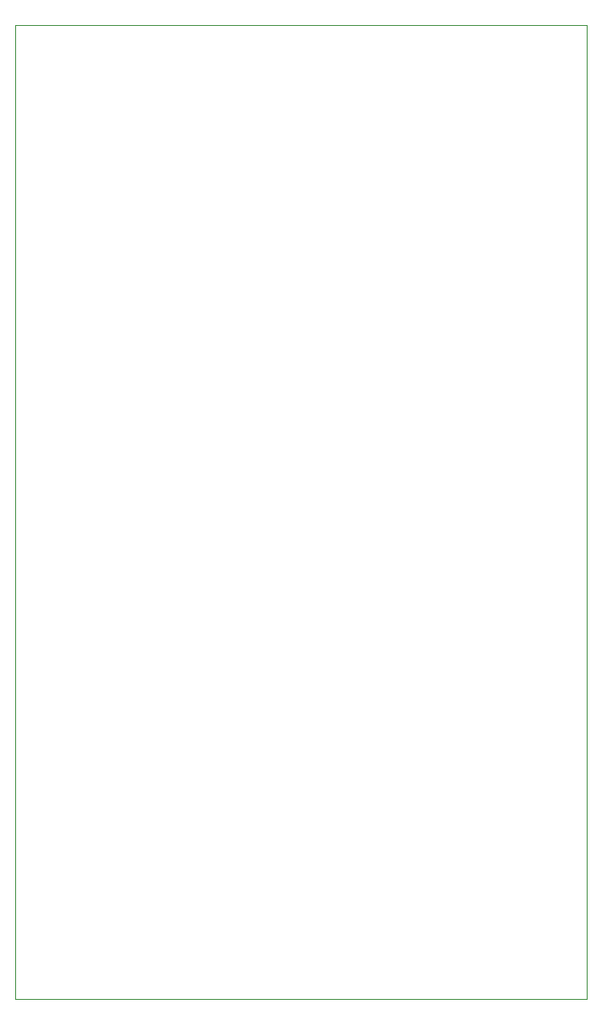
<source format=gbr>
G04 PROTEUS GERBER X2 FILE*
%TF.GenerationSoftware,Labcenter,Proteus,8.15-SP1-Build34318*%
%TF.CreationDate,2024-01-08T11:51:49+00:00*%
%TF.FileFunction,NonPlated,0,1,NPTH*%
%TF.FilePolarity,Positive*%
%TF.Part,Single*%
%TF.SameCoordinates,{48404f31-340f-4c03-a89b-c5ec1aaa3b79}*%
%FSLAX45Y45*%
%MOMM*%
G01*
%TA.AperFunction,Profile*%
%ADD17C,0.101600*%
%TD.AperFunction*%
D17*
X-5140000Y-30000D02*
X+280000Y-30000D01*
X+280000Y+9190000D01*
X-5140000Y+9190000D01*
X-5140000Y-30000D01*
M02*

</source>
